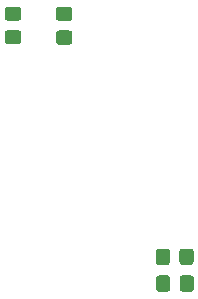
<source format=gbr>
%TF.GenerationSoftware,KiCad,Pcbnew,(5.1.10)-1*%
%TF.CreationDate,2022-02-24T11:14:30+08:00*%
%TF.ProjectId,hat,6861742e-6b69-4636-9164-5f7063625858,rev?*%
%TF.SameCoordinates,Original*%
%TF.FileFunction,Paste,Bot*%
%TF.FilePolarity,Positive*%
%FSLAX46Y46*%
G04 Gerber Fmt 4.6, Leading zero omitted, Abs format (unit mm)*
G04 Created by KiCad (PCBNEW (5.1.10)-1) date 2022-02-24 11:14:30*
%MOMM*%
%LPD*%
G01*
G04 APERTURE LIST*
G04 APERTURE END LIST*
%TO.C,R10*%
G36*
G01*
X160349999Y-75130000D02*
X161250001Y-75130000D01*
G75*
G02*
X161500000Y-75379999I0J-249999D01*
G01*
X161500000Y-76080001D01*
G75*
G02*
X161250001Y-76330000I-249999J0D01*
G01*
X160349999Y-76330000D01*
G75*
G02*
X160100000Y-76080001I0J249999D01*
G01*
X160100000Y-75379999D01*
G75*
G02*
X160349999Y-75130000I249999J0D01*
G01*
G37*
G36*
G01*
X160349999Y-73130000D02*
X161250001Y-73130000D01*
G75*
G02*
X161500000Y-73379999I0J-249999D01*
G01*
X161500000Y-74080001D01*
G75*
G02*
X161250001Y-74330000I-249999J0D01*
G01*
X160349999Y-74330000D01*
G75*
G02*
X160100000Y-74080001I0J249999D01*
G01*
X160100000Y-73379999D01*
G75*
G02*
X160349999Y-73130000I249999J0D01*
G01*
G37*
%TD*%
%TO.C,R9*%
G36*
G01*
X156920001Y-74310000D02*
X156019999Y-74310000D01*
G75*
G02*
X155770000Y-74060001I0J249999D01*
G01*
X155770000Y-73359999D01*
G75*
G02*
X156019999Y-73110000I249999J0D01*
G01*
X156920001Y-73110000D01*
G75*
G02*
X157170000Y-73359999I0J-249999D01*
G01*
X157170000Y-74060001D01*
G75*
G02*
X156920001Y-74310000I-249999J0D01*
G01*
G37*
G36*
G01*
X156920001Y-76310000D02*
X156019999Y-76310000D01*
G75*
G02*
X155770000Y-76060001I0J249999D01*
G01*
X155770000Y-75359999D01*
G75*
G02*
X156019999Y-75110000I249999J0D01*
G01*
X156920001Y-75110000D01*
G75*
G02*
X157170000Y-75359999I0J-249999D01*
G01*
X157170000Y-76060001D01*
G75*
G02*
X156920001Y-76310000I-249999J0D01*
G01*
G37*
%TD*%
%TO.C,R8*%
G36*
G01*
X170560000Y-94750001D02*
X170560000Y-93849999D01*
G75*
G02*
X170809999Y-93600000I249999J0D01*
G01*
X171510001Y-93600000D01*
G75*
G02*
X171760000Y-93849999I0J-249999D01*
G01*
X171760000Y-94750001D01*
G75*
G02*
X171510001Y-95000000I-249999J0D01*
G01*
X170809999Y-95000000D01*
G75*
G02*
X170560000Y-94750001I0J249999D01*
G01*
G37*
G36*
G01*
X168560000Y-94750001D02*
X168560000Y-93849999D01*
G75*
G02*
X168809999Y-93600000I249999J0D01*
G01*
X169510001Y-93600000D01*
G75*
G02*
X169760000Y-93849999I0J-249999D01*
G01*
X169760000Y-94750001D01*
G75*
G02*
X169510001Y-95000000I-249999J0D01*
G01*
X168809999Y-95000000D01*
G75*
G02*
X168560000Y-94750001I0J249999D01*
G01*
G37*
%TD*%
%TO.C,R7*%
G36*
G01*
X170580000Y-97010001D02*
X170580000Y-96109999D01*
G75*
G02*
X170829999Y-95860000I249999J0D01*
G01*
X171530001Y-95860000D01*
G75*
G02*
X171780000Y-96109999I0J-249999D01*
G01*
X171780000Y-97010001D01*
G75*
G02*
X171530001Y-97260000I-249999J0D01*
G01*
X170829999Y-97260000D01*
G75*
G02*
X170580000Y-97010001I0J249999D01*
G01*
G37*
G36*
G01*
X168580000Y-97010001D02*
X168580000Y-96109999D01*
G75*
G02*
X168829999Y-95860000I249999J0D01*
G01*
X169530001Y-95860000D01*
G75*
G02*
X169780000Y-96109999I0J-249999D01*
G01*
X169780000Y-97010001D01*
G75*
G02*
X169530001Y-97260000I-249999J0D01*
G01*
X168829999Y-97260000D01*
G75*
G02*
X168580000Y-97010001I0J249999D01*
G01*
G37*
%TD*%
M02*

</source>
